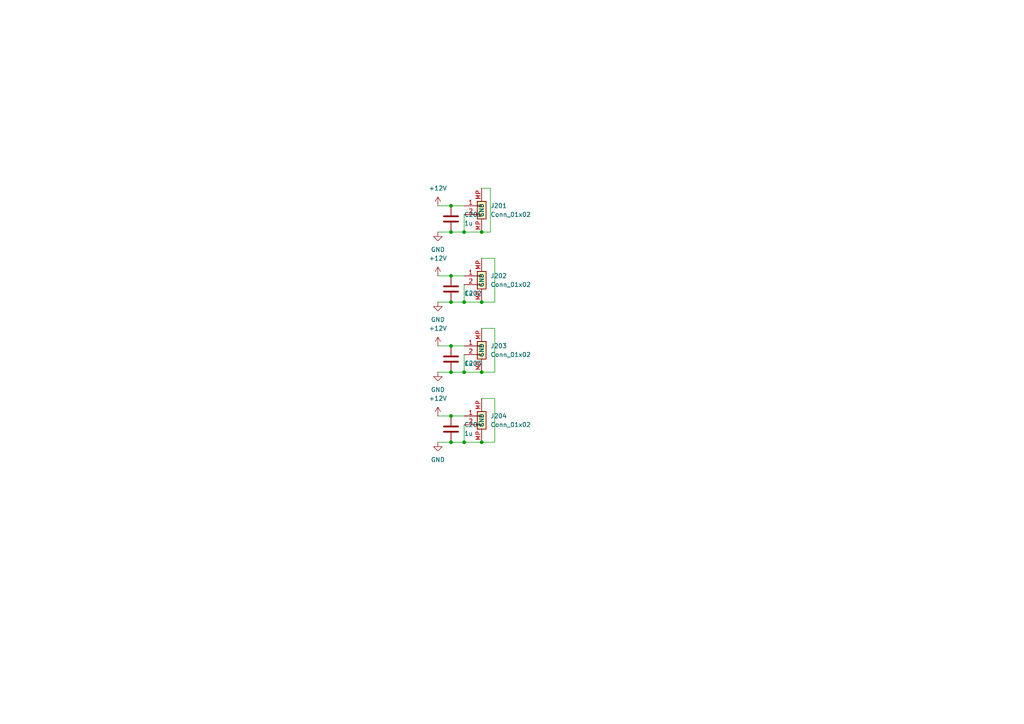
<source format=kicad_sch>
(kicad_sch (version 20250114) (generator "eeschema") (generator_version "9.0")
  (paper "A4")
  (lib_symbols
    (symbol "Device:C" (pin_numbers (hide yes)) (pin_names (offset 0.254))
      (property "Reference" "C" (at 0.635 2.54 0))
      (property "Value" "C" (at 0.635 -2.54 0))
      (symbol "C_0_1"
        (polyline (pts (xy -2.032 0.762) (xy 2.032 0.762)) (stroke (width 0.508)))
        (polyline (pts (xy -2.032 -0.762) (xy 2.032 -0.762)) (stroke (width 0.508)))
      )
      (symbol "C_1_1"
        (pin passive line (at 0 3.81 270) (length 2.794) (name "~") (number "1"))
        (pin passive line (at 0 -3.81 90) (length 2.794) (name "~") (number "2"))
      )
    )
    (symbol "JST_SH_2_Vertical_1"
      (property "Reference" "U" (at 0 0 0))
      (symbol "JST_SH_2_Vertical_1_1_1"
        (rectangle (start -1.27 3.81) (end 1.27 -1.27) (stroke (width 0.254)) (fill (type background)))
        (rectangle (start -1.27 2.667) (end 0 2.413) (stroke (width 0.1524)))
        (rectangle (start -1.27 0.127) (end 0 -0.127) (stroke (width 0.1524)))
        (pin passive line (at -5.08 2.54 0) (length 3.81) (name "") (number "1"))
        (pin passive line (at -5.08 0 0) (length 3.81) (name "") (number "2"))
        (pin power_in line (at 0 7.62 270) (length 3.81) (name "GND") (number "MP"))
        (pin power_in line (at 0 -5.08 90) (length 3.81) (name "GND") (number "MP"))
      )
    )
    (symbol "JST_SH_2_Vertical_2"
      (property "Reference" "U" (at 0 0 0))
      (symbol "JST_SH_2_Vertical_2_1_1"
        (rectangle (start -1.27 3.81) (end 1.27 -1.27) (stroke (width 0.254)) (fill (type background)))
        (rectangle (start -1.27 2.667) (end 0 2.413) (stroke (width 0.1524)))
        (rectangle (start -1.27 0.127) (end 0 -0.127) (stroke (width 0.1524)))
        (pin passive line (at -5.08 2.54 0) (length 3.81) (name "") (number "1"))
        (pin passive line (at -5.08 0 0) (length 3.81) (name "") (number "2"))
        (pin power_in line (at 0 7.62 270) (length 3.81) (name "GND") (number "MP"))
        (pin power_in line (at 0 -5.08 90) (length 3.81) (name "GND") (number "MP"))
      )
    )
    (symbol "JST_SH_2_Vertical_3"
      (property "Reference" "U" (at 0 0 0))
      (symbol "JST_SH_2_Vertical_3_1_1"
        (rectangle (start -1.27 3.81) (end 1.27 -1.27) (stroke (width 0.254)) (fill (type background)))
        (rectangle (start -1.27 2.667) (end 0 2.413) (stroke (width 0.1524)))
        (rectangle (start -1.27 0.127) (end 0 -0.127) (stroke (width 0.1524)))
        (pin passive line (at -5.08 2.54 0) (length 3.81) (name "") (number "1"))
        (pin passive line (at -5.08 0 0) (length 3.81) (name "") (number "2"))
        (pin power_in line (at 0 7.62 270) (length 3.81) (name "GND") (number "MP"))
        (pin power_in line (at 0 -5.08 90) (length 3.81) (name "GND") (number "MP"))
      )
    )
    (symbol "my_lib:JST_SH_2_Vertical"
      (property "Reference" "U" (at 0 0 0))
      (symbol "JST_SH_2_Vertical_1_1"
        (rectangle (start -1.27 3.81) (end 1.27 -1.27) (stroke (width 0.254)) (fill (type background)))
        (rectangle (start -1.27 2.667) (end 0 2.413) (stroke (width 0.1524)))
        (rectangle (start -1.27 0.127) (end 0 -0.127) (stroke (width 0.1524)))
        (pin passive line (at -5.08 2.54 0) (length 3.81) (name "") (number "1"))
        (pin passive line (at -5.08 0 0) (length 3.81) (name "") (number "2"))
        (pin power_in line (at 0 7.62 270) (length 3.81) (name "GND") (number "MP"))
        (pin power_in line (at 0 -5.08 90) (length 3.81) (name "GND") (number "MP"))
      )
    )
    (symbol "power:+12V" (power) (pin_numbers (hide yes)) (pin_names (offset 0) (hide yes))
      (property "Value" "+12V" (at 0 3.556 0))
      (symbol "+12V_0_1"
        (polyline (pts (xy -0.762 1.27) (xy 0 2.54)))
        (polyline (pts (xy 0 2.54) (xy 0.762 1.27)))
        (polyline (pts (xy 0 0) (xy 0 2.54)))
      )
      (symbol "+12V_1_1"
        (pin power_in line (at 0 0 90) (length 0) (name "~") (number "1"))
      )
    )
    (symbol "power:GND" (power) (pin_numbers (hide yes)) (pin_names (offset 0) (hide yes))
      (property "Value" "GND" (at 0 -3.81 0))
      (symbol "GND_0_1"
        (polyline (pts (xy 0 0) (xy 0 -1.27) (xy 1.27 -1.27) (xy 0 -2.54) (xy -1.27 -1.27) (xy 0 -1.27)))
      )
      (symbol "GND_1_1"
        (pin power_in line (at 0 0 270) (length 0) (name "~") (number "1"))
      )
    )
  )
  (junction (at 134.62 107.95))
  (junction (at 130.81 80.01))
  (junction (at 130.81 87.63))
  (junction (at 139.7 128.27))
  (junction (at 130.81 59.69))
  (junction (at 134.62 128.27))
  (junction (at 134.62 67.31))
  (junction (at 130.81 128.27))
  (junction (at 130.81 107.95))
  (junction (at 130.81 100.33))
  (junction (at 130.81 67.31))
  (junction (at 139.7 67.31))
  (junction (at 134.62 87.63))
  (junction (at 130.81 120.65))
  (junction (at 139.7 107.95))
  (junction (at 139.7 87.63))
  (wire (pts (xy 130.81 128.27) (xy 134.62 128.27)))
  (wire (pts (xy 127 128.27) (xy 130.81 128.27)))
  (wire (pts (xy 130.81 107.95) (xy 134.62 107.95)))
  (wire (pts (xy 134.62 87.63) (xy 134.62 82.55)))
  (wire (pts (xy 139.7 95.25) (xy 143.51 95.25)))
  (wire (pts (xy 127 80.01) (xy 130.81 80.01)))
  (wire (pts (xy 130.81 120.65) (xy 134.62 120.65)))
  (wire (pts (xy 127 67.31) (xy 130.81 67.31)))
  (wire (pts (xy 139.7 87.63) (xy 143.51 87.63)))
  (wire (pts (xy 143.51 95.25) (xy 143.51 107.95)))
  (wire (pts (xy 134.62 67.31) (xy 139.7 67.31)))
  (wire (pts (xy 127 59.69) (xy 130.81 59.69)))
  (wire (pts (xy 143.51 74.93) (xy 139.7 74.93)))
  (wire (pts (xy 130.81 80.01) (xy 134.62 80.01)))
  (wire (pts (xy 143.51 87.63) (xy 143.51 74.93)))
  (wire (pts (xy 127 87.63) (xy 130.81 87.63)))
  (wire (pts (xy 139.7 67.31) (xy 142.24 67.31)))
  (wire (pts (xy 139.7 107.95) (xy 134.62 107.95)))
  (wire (pts (xy 142.24 54.61) (xy 139.7 54.61)))
  (wire (pts (xy 130.81 59.69) (xy 134.62 59.69)))
  (wire (pts (xy 127 100.33) (xy 130.81 100.33)))
  (wire (pts (xy 134.62 107.95) (xy 134.62 102.87)))
  (wire (pts (xy 143.51 107.95) (xy 139.7 107.95)))
  (wire (pts (xy 139.7 128.27) (xy 143.51 128.27)))
  (wire (pts (xy 143.51 128.27) (xy 143.51 115.57)))
  (wire (pts (xy 134.62 62.23) (xy 134.62 67.31)))
  (wire (pts (xy 143.51 115.57) (xy 139.7 115.57)))
  (wire (pts (xy 134.62 87.63) (xy 139.7 87.63)))
  (wire (pts (xy 130.81 67.31) (xy 134.62 67.31)))
  (wire (pts (xy 130.81 87.63) (xy 134.62 87.63)))
  (wire (pts (xy 127 120.65) (xy 130.81 120.65)))
  (wire (pts (xy 142.24 67.31) (xy 142.24 54.61)))
  (wire (pts (xy 134.62 128.27) (xy 139.7 128.27)))
  (wire (pts (xy 134.62 128.27) (xy 134.62 123.19)))
  (wire (pts (xy 130.81 100.33) (xy 134.62 100.33)))
  (wire (pts (xy 127 107.95) (xy 130.81 107.95)))
  (symbol (lib_name "JST_SH_2_Vertical_3") (lib_id "my_lib:JST_SH_2_Vertical") (at 139.7 123.19 0) (unit 1)
    (property "Reference" "J204" (at 142.24 120.6499 0) (effects (justify left)))
    (property "Value" "Conn_01x02" (at 142.24 123.1899 0) (effects (justify left)))
    (property "Footprint" "Connector_JST:JST_SH_BM02B-SRSS-TB_1x02-1MP_P1.00mm_Vertical" (effects (hide yes)))
    (property "Description" "Generic connector, single row, 01x02, script generated (kicad-library-utils/schlib/autogen/connector/)" (effects (hide yes)))
  )
  (symbol (lib_id "Device:C") (at 130.81 124.46 180) (unit 1)
    (property "Reference" "C204" (at 134.62 123.1899 0) (effects (justify right)))
    (property "Value" "1u" (at 134.62 125.7299 0) (effects (justify right)))
    (property "Footprint" "Capacitor_SMD:C_0603_1608Metric" (effects (hide yes)))
    (property "Description" "Unpolarized capacitor" (effects (hide yes)))
  )
  (symbol (lib_id "my_lib:JST_SH_2_Vertical") (at 139.7 62.23 0) (unit 1)
    (property "Reference" "J201" (at 142.24 59.6899 0) (effects (justify left)))
    (property "Value" "Conn_01x02" (at 142.24 62.2299 0) (effects (justify left)))
    (property "Footprint" "Connector_JST:JST_SH_BM02B-SRSS-TB_1x02-1MP_P1.00mm_Vertical" (effects (hide yes)))
    (property "Description" "Generic connector, single row, 01x02, script generated (kicad-library-utils/schlib/autogen/connector/)" (effects (hide yes)))
  )
  (symbol (lib_name "JST_SH_2_Vertical_2") (lib_id "my_lib:JST_SH_2_Vertical") (at 139.7 102.87 0) (unit 1)
    (property "Reference" "J203" (at 142.24 100.3299 0) (effects (justify left)))
    (property "Value" "Conn_01x02" (at 142.24 102.8699 0) (effects (justify left)))
    (property "Footprint" "Connector_JST:JST_SH_BM02B-SRSS-TB_1x02-1MP_P1.00mm_Vertical" (effects (hide yes)))
    (property "Description" "Generic connector, single row, 01x02, script generated (kicad-library-utils/schlib/autogen/connector/)" (effects (hide yes)))
  )
  (symbol (lib_id "power:GND") (at 127 67.31 0) (unit 1)
    (property "Reference" "#PWR0202" (effects (hide yes)))
    (property "Value" "GND" (at 127 72.39 0))
    (property "Description" "Power symbol creates a global label with name \"GND\" , ground" (effects (hide yes)))
  )
  (symbol (lib_id "power:+12V") (at 127 100.33 0) (unit 1)
    (property "Reference" "#PWR0205" (effects (hide yes)))
    (property "Value" "+12V" (at 127 95.25 0))
    (property "Description" "Power symbol creates a global label with name \"+12V\"" (effects (hide yes)))
  )
  (symbol (lib_id "Device:C") (at 130.81 63.5 180) (unit 1)
    (property "Reference" "C201" (at 134.62 62.2299 0) (effects (justify right)))
    (property "Value" "1u" (at 134.62 64.7699 0) (effects (justify right)))
    (property "Footprint" "Capacitor_SMD:C_0603_1608Metric" (effects (hide yes)))
    (property "Description" "Unpolarized capacitor" (effects (hide yes)))
  )
  (symbol (lib_id "power:+12V") (at 127 120.65 0) (unit 1)
    (property "Reference" "#PWR0207" (effects (hide yes)))
    (property "Value" "+12V" (at 127 115.57 0))
    (property "Description" "Power symbol creates a global label with name \"+12V\"" (effects (hide yes)))
  )
  (symbol (lib_name "JST_SH_2_Vertical_1") (lib_id "my_lib:JST_SH_2_Vertical") (at 139.7 82.55 0) (unit 1)
    (property "Reference" "J202" (at 142.24 80.0099 0) (effects (justify left)))
    (property "Value" "Conn_01x02" (at 142.24 82.5499 0) (effects (justify left)))
    (property "Footprint" "Connector_JST:JST_SH_BM02B-SRSS-TB_1x02-1MP_P1.00mm_Vertical" (effects (hide yes)))
    (property "Description" "Generic connector, single row, 01x02, script generated (kicad-library-utils/schlib/autogen/connector/)" (effects (hide yes)))
  )
  (symbol (lib_id "Device:C") (at 130.81 104.14 180) (unit 1)
    (property "Reference" "C203" (at 134.62 105.4099 0) (effects (justify right)))
    (property "Value" "1u" (at 134.62 105.4099 0) (effects (justify right)))
    (property "Footprint" "Capacitor_SMD:C_0603_1608Metric" (effects (hide yes)))
    (property "Description" "Unpolarized capacitor" (effects (hide yes)))
  )
  (symbol (lib_id "Device:C") (at 130.81 83.82 180) (unit 1)
    (property "Reference" "C202" (at 134.62 85.0899 0) (effects (justify right)))
    (property "Value" "1u" (at 134.62 85.0899 0) (effects (justify right)))
    (property "Footprint" "Capacitor_SMD:C_0603_1608Metric" (effects (hide yes)))
    (property "Description" "Unpolarized capacitor" (effects (hide yes)))
  )
  (symbol (lib_id "power:+12V") (at 127 59.69 0) (unit 1)
    (property "Reference" "#PWR0201" (effects (hide yes)))
    (property "Value" "+12V" (at 127 54.61 0))
    (property "Description" "Power symbol creates a global label with name \"+12V\"" (effects (hide yes)))
  )
  (symbol (lib_id "power:GND") (at 127 107.95 0) (unit 1)
    (property "Reference" "#PWR0206" (effects (hide yes)))
    (property "Value" "GND" (at 127 113.03 0))
    (property "Description" "Power symbol creates a global label with name \"GND\" , ground" (effects (hide yes)))
  )
  (symbol (lib_id "power:GND") (at 127 87.63 0) (unit 1)
    (property "Reference" "#PWR0204" (effects (hide yes)))
    (property "Value" "GND" (at 127 92.71 0))
    (property "Description" "Power symbol creates a global label with name \"GND\" , ground" (effects (hide yes)))
  )
  (symbol (lib_id "power:GND") (at 127 128.27 0) (unit 1)
    (property "Reference" "#PWR0208" (effects (hide yes)))
    (property "Value" "GND" (at 127 133.35 0))
    (property "Description" "Power symbol creates a global label with name \"GND\" , ground" (effects (hide yes)))
  )
  (symbol (lib_id "power:+12V") (at 127 80.01 0) (unit 1)
    (property "Reference" "#PWR0203" (effects (hide yes)))
    (property "Value" "+12V" (at 127 74.93 0))
    (property "Description" "Power symbol creates a global label with name \"+12V\"" (effects (hide yes)))
  )
)
</source>
